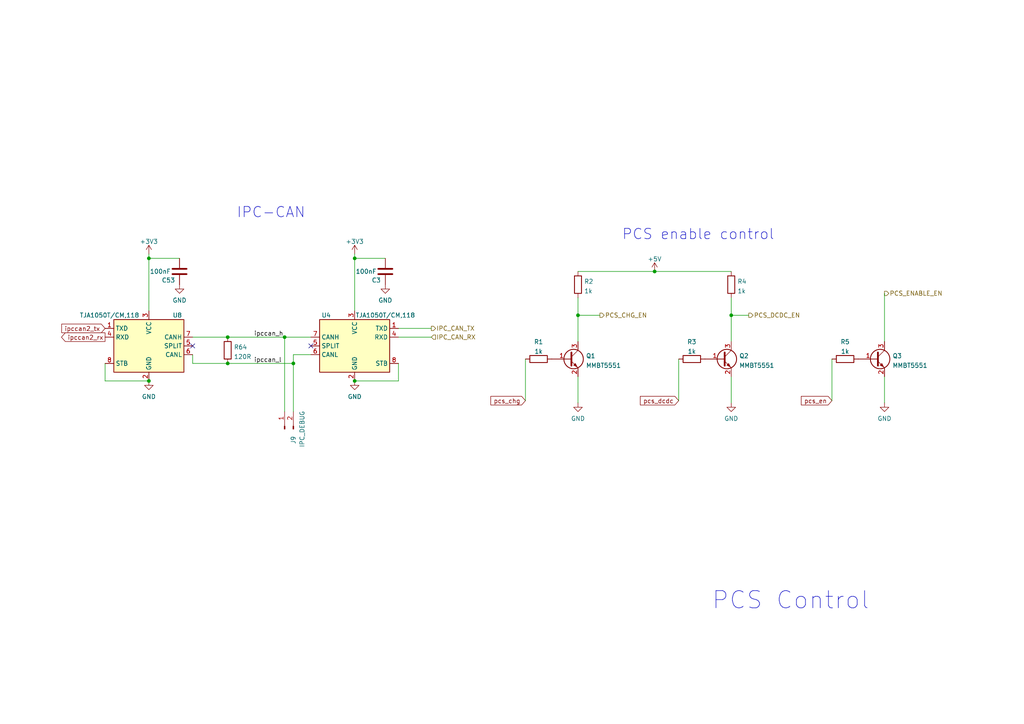
<source format=kicad_sch>
(kicad_sch (version 20230121) (generator eeschema)
  (paper "A4")
  (title_block (title "Tesla Model 3 Battery Controller") (date "2022-03-23") (rev "v0.3") (company "Wim Boone"))
  (lib_symbols
    (symbol "Connector:Conn_01x02_Male" (pin_names (offset 1.016) hide)
      (property "Reference" "J" (at 0 2.54 0))
      (property "Value" "Conn_01x02_Male" (at 0 -5.08 0))
      (symbol "Conn_01x02_Male_1_1"
        (polyline (pts (xy 1.27 -2.54) (xy 0.8636 -2.54)) (stroke (width 0.1524)))
        (polyline (pts (xy 1.27 0) (xy 0.8636 0)) (stroke (width 0.1524)))
        (rectangle (start 0.8636 -2.413) (end 0 -2.667) (stroke (width 0.1524)) (fill (type outline)))
        (rectangle (start 0.8636 0.127) (end 0 -0.127) (stroke (width 0.1524)) (fill (type outline)))
        (pin passive line (at 5.08 0 180) (length 3.81) (name "Pin_1") (number "1"))
        (pin passive line (at 5.08 -2.54 180) (length 3.81) (name "Pin_2") (number "2"))
      )
    )
    (symbol "Device:C" (pin_numbers hide) (pin_names (offset 0.254))
      (property "Reference" "C" (at 0.635 2.54 0))
      (property "Value" "C" (at 0.635 -2.54 0))
      (symbol "C_0_1"
        (polyline (pts (xy -2.032 -0.762) (xy 2.032 -0.762)) (stroke (width 0.508)))
        (polyline (pts (xy -2.032 0.762) (xy 2.032 0.762)) (stroke (width 0.508)))
      )
      (symbol "C_1_1"
        (pin passive line (at 0 3.81 270) (length 2.794) (name "~") (number "1"))
        (pin passive line (at 0 -3.81 90) (length 2.794) (name "~") (number "2"))
      )
    )
    (symbol "Device:R" (pin_numbers hide) (pin_names (offset 0))
      (property "Reference" "R" (at 2.032 0 90))
      (property "Value" "R" (at 0 0 90))
      (symbol "R_0_1"
        (rectangle (start -1.016 -2.54) (end 1.016 2.54) (stroke (width 0.254)))
      )
      (symbol "R_1_1"
        (pin passive line (at 0 3.81 270) (length 1.27) (name "~") (number "1"))
        (pin passive line (at 0 -3.81 90) (length 1.27) (name "~") (number "2"))
      )
    )
    (symbol "Interface_CAN_LIN:TJA1042T"
      (property "Reference" "U" (at -10.16 8.89 0))
      (property "Value" "TJA1042T" (at 1.27 8.89 0))
      (symbol "TJA1042T_0_1"
        (rectangle (start -10.16 7.62) (end 10.16 -7.62) (stroke (width 0.254)) (fill (type background)))
      )
      (symbol "TJA1042T_1_1"
        (pin input line (at -12.7 5.08 0) (length 2.54) (name "TXD") (number "1"))
        (pin power_in line (at 0 -10.16 90) (length 2.54) (name "GND") (number "2"))
        (pin power_in line (at 0 10.16 270) (length 2.54) (name "VCC") (number "3"))
        (pin output line (at -12.7 2.54 0) (length 2.54) (name "RXD") (number "4"))
        (pin power_out line (at 12.7 0 180) (length 2.54) (name "SPLIT") (number "5"))
        (pin bidirectional line (at 12.7 -2.54 180) (length 2.54) (name "CANL") (number "6"))
        (pin bidirectional line (at 12.7 2.54 180) (length 2.54) (name "CANH") (number "7"))
        (pin input line (at -12.7 -5.08 0) (length 2.54) (name "STB") (number "8"))
      )
    )
    (symbol "Transistor_BJT:BC817W" (pin_names (offset 0) hide)
      (property "Reference" "Q" (at 5.08 1.905 0))
      (property "Value" "BC817W" (at 5.08 0 0))
      (symbol "BC817W_0_1"
        (polyline (pts (xy 0.635 0.635) (xy 2.54 2.54)))
        (polyline (pts (xy 0.635 -0.635) (xy 2.54 -2.54) (xy 2.54 -2.54)))
        (polyline (pts (xy 0.635 1.905) (xy 0.635 -1.905) (xy 0.635 -1.905)) (stroke (width 0.508)))
        (polyline (pts (xy 1.27 -1.778) (xy 1.778 -1.27) (xy 2.286 -2.286) (xy 1.27 -1.778) (xy 1.27 -1.778)) (fill (type outline)))
        (circle (center 1.27 0) (radius 2.8194) (stroke (width 0.254)))
      )
      (symbol "BC817W_1_1"
        (pin input line (at -5.08 0 0) (length 5.715) (name "B") (number "1"))
        (pin passive line (at 2.54 -5.08 90) (length 2.54) (name "E") (number "2"))
        (pin passive line (at 2.54 5.08 270) (length 2.54) (name "C") (number "3"))
      )
    )
    (symbol "power:+3V3" (power) (pin_names (offset 0))
      (property "Value" "+3V3" (at 0 3.556 0))
      (symbol "+3V3_0_1"
        (polyline (pts (xy -0.762 1.27) (xy 0 2.54)))
        (polyline (pts (xy 0 0) (xy 0 2.54)))
        (polyline (pts (xy 0 2.54) (xy 0.762 1.27)))
      )
      (symbol "+3V3_1_1"
        (pin power_in line (at 0 0 90) (length 0) hide (name "+3V3") (number "1"))
      )
    )
    (symbol "power:+5V" (power) (pin_names (offset 0))
      (property "Value" "+5V" (at 0 3.556 0))
      (symbol "+5V_0_1"
        (polyline (pts (xy -0.762 1.27) (xy 0 2.54)))
        (polyline (pts (xy 0 0) (xy 0 2.54)))
        (polyline (pts (xy 0 2.54) (xy 0.762 1.27)))
      )
      (symbol "+5V_1_1"
        (pin power_in line (at 0 0 90) (length 0) hide (name "+5V") (number "1"))
      )
    )
    (symbol "power:GND" (power) (pin_names (offset 0))
      (property "Value" "GND" (at 0 -3.81 0))
      (symbol "GND_0_1"
        (polyline (pts (xy 0 0) (xy 0 -1.27) (xy 1.27 -1.27) (xy 0 -2.54) (xy -1.27 -1.27) (xy 0 -1.27)))
      )
      (symbol "GND_1_1"
        (pin power_in line (at 0 0 270) (length 0) hide (name "GND") (number "1"))
      )
    )
  )
  (junction (at 66.04 97.79))
  (junction (at 85.09 105.41))
  (junction (at 189.865 78.74))
  (junction (at 43.18 110.49))
  (junction (at 43.18 74.93))
  (junction (at 167.64 91.44))
  (junction (at 102.87 74.93))
  (junction (at 212.09 91.44))
  (junction (at 102.87 110.49))
  (junction (at 66.04 105.41))
  (junction (at 82.55 97.79))
  (no_connect (at 55.88 100.33))
  (no_connect (at 90.17 100.33))
  (wire (pts (xy 212.09 91.44) (xy 217.17 91.44)))
  (wire (pts (xy 125.095 97.79) (xy 115.57 97.79)))
  (wire (pts (xy 125.095 95.25) (xy 115.57 95.25)))
  (wire (pts (xy 152.4 116.205) (xy 152.4 104.14)))
  (wire (pts (xy 43.18 74.93) (xy 52.07 74.93)))
  (wire (pts (xy 66.04 97.79) (xy 55.88 97.79)))
  (wire (pts (xy 82.55 97.79) (xy 66.04 97.79)))
  (wire (pts (xy 30.48 105.41) (xy 30.48 110.49)))
  (wire (pts (xy 212.09 116.84) (xy 212.09 109.22)))
  (wire (pts (xy 167.64 116.84) (xy 167.64 109.22)))
  (wire (pts (xy 212.09 86.36) (xy 212.09 91.44)))
  (wire (pts (xy 212.09 91.44) (xy 212.09 99.06)))
  (wire (pts (xy 55.88 105.41) (xy 55.88 102.87)))
  (wire (pts (xy 196.85 116.205) (xy 196.85 104.14)))
  (wire (pts (xy 85.09 102.87) (xy 90.17 102.87)))
  (wire (pts (xy 82.55 97.79) (xy 82.55 119.38)))
  (wire (pts (xy 167.64 78.74) (xy 189.865 78.74)))
  (wire (pts (xy 102.87 74.93) (xy 111.76 74.93)))
  (wire (pts (xy 241.3 116.205) (xy 241.3 104.14)))
  (wire (pts (xy 85.09 105.41) (xy 85.09 102.87)))
  (wire (pts (xy 115.57 110.49) (xy 102.87 110.49)))
  (wire (pts (xy 102.87 73.66) (xy 102.87 74.93)))
  (wire (pts (xy 85.09 105.41) (xy 85.09 119.38)))
  (wire (pts (xy 167.64 91.44) (xy 173.99 91.44)))
  (wire (pts (xy 256.54 116.84) (xy 256.54 109.22)))
  (wire (pts (xy 256.54 85.09) (xy 256.54 99.06)))
  (wire (pts (xy 43.18 74.93) (xy 43.18 90.17)))
  (wire (pts (xy 43.18 73.66) (xy 43.18 74.93)))
  (wire (pts (xy 102.87 74.93) (xy 102.87 90.17)))
  (wire (pts (xy 115.57 105.41) (xy 115.57 110.49)))
  (wire (pts (xy 66.04 105.41) (xy 85.09 105.41)))
  (wire (pts (xy 167.64 91.44) (xy 167.64 99.06)))
  (wire (pts (xy 30.48 110.49) (xy 43.18 110.49)))
  (wire (pts (xy 167.64 86.36) (xy 167.64 91.44)))
  (wire (pts (xy 55.88 105.41) (xy 66.04 105.41)))
  (wire (pts (xy 90.17 97.79) (xy 82.55 97.79)))
  (wire (pts (xy 189.865 78.74) (xy 212.09 78.74)))
  (text "IPC-CAN" (at 68.58 63.5 0) (effects (font (size 3 3)) (justify left bottom)))
  (text "PCS enable control" (at 180.34 69.85 0) (effects (font (size 3 3)) (justify left bottom)))
  (text "PCS Control" (at 206.375 177.165 0) (effects (font (size 5 5)) (justify left bottom)))
  (label "ipccan_l" (at 73.66 105.41 0))
  (label "ipccan_h" (at 73.66 97.79 0))
  (global_label "pcs_chg" (shape input) (at 152.4 116.205 180) (property "Intersheetrefs" "${INTERSHEET_REFS}" (effects hide)))
  (global_label "pcs_dcdc" (shape input) (at 196.85 116.205 180) (property "Intersheetrefs" "${INTERSHEET_REFS}" (effects hide)))
  (global_label "ipccan2_tx" (shape input) (at 30.48 95.25 180) (property "Intersheetrefs" "${INTERSHEET_REFS}" (effects hide)))
  (global_label "ipccan2_rx" (shape output) (at 30.48 97.79 180) (property "Intersheetrefs" "${INTERSHEET_REFS}" (effects hide)))
  (global_label "pcs_en" (shape input) (at 241.3 116.205 180) (property "Intersheetrefs" "${INTERSHEET_REFS}" (effects hide)))
  (hierarchical_label "IPC_CAN_RX" (shape input) (at 125.095 97.79 0))
  (hierarchical_label "PCS_DCDC_EN" (shape output) (at 217.17 91.44 0))
  (hierarchical_label "IPC_CAN_TX" (shape output) (at 125.095 95.25 0))
  (hierarchical_label "PCS_ENABLE_EN" (shape output) (at 256.54 85.09 0))
  (hierarchical_label "PCS_CHG_EN" (shape output) (at 173.99 91.44 0))
  (symbol (lib_id "power:GND") (at 52.07 82.55 0) (unit 1)
    (property "Reference" "#PWR0137" (effects hide))
    (property "Value" "GND" (at 52.07 87.1124 0))
  )
  (symbol (lib_id "Transistor_BJT:BC817W") (at 209.55 104.14 0) (unit 1)
    (property "Reference" "Q2" (at 214.4013 103.2315 0) (effects (justify left)))
    (property "Value" "MMBT5551" (at 214.4013 106.0066 0) (effects (justify left)))
    (property "Footprint" "Package_TO_SOT_SMD:SOT-23" (effects hide))
    (property "Datasheet" "https://www.onsemi.com/pub/Collateral/BC818-D.pdf" (effects hide))
    (property "LCSC Part" "C2145" (effects hide))
    (property "Description" "50nA 160V 300mW 600mA 200@10mA,5V 100MHz 200mV@50mA,5mA NPN +150℃@(Tj) SOT-23(SOT-23-3) Bipolar Transistors - BJT ROHS" (effects hide))
  )
  (symbol (lib_id "Device:R") (at 167.64 82.55 180) (unit 1)
    (property "Reference" "R2" (at 169.418 81.6415 0) (effects (justify right)))
    (property "Value" "1k" (at 169.418 84.4166 0) (effects (justify right)))
    (property "Footprint" "Resistor_SMD:R_0603_1608Metric" (effects hide))
    (property "LCSC Part" "C21190" (effects hide))
    (property "Description" "100mW Thick Film Resistors ±100ppm/℃ ±1% 1kΩ 0603  Chip Resistor - Surface Mount ROHS" (effects hide))
  )
  (symbol (lib_id "power:+5V") (at 189.865 78.74 0) (unit 1)
    (property "Reference" "#PWR0110" (effects hide))
    (property "Value" "+5V" (at 189.865 75.1355 0))
  )
  (symbol (lib_id "Device:R") (at 200.66 104.14 90) (unit 1)
    (property "Reference" "R3" (at 200.66 99.1575 90))
    (property "Value" "1k" (at 200.66 101.9326 90))
    (property "Footprint" "Resistor_SMD:R_0603_1608Metric" (effects hide))
    (property "LCSC Part" "C21190" (effects hide))
    (property "Description" "100mW Thick Film Resistors ±100ppm/℃ ±1% 1kΩ 0603  Chip Resistor - Surface Mount ROHS" (effects hide))
  )
  (symbol (lib_id "power:GND") (at 43.18 110.49 0) (unit 1)
    (property "Reference" "#PWR0142" (effects hide))
    (property "Value" "GND" (at 43.18 115.0524 0))
  )
  (symbol (lib_id "power:GND") (at 167.64 116.84 0) (unit 1)
    (property "Reference" "#PWR0109" (effects hide))
    (property "Value" "GND" (at 167.64 121.4024 0))
  )
  (symbol (lib_id "power:GND") (at 212.09 116.84 0) (unit 1)
    (property "Reference" "#PWR0111" (effects hide))
    (property "Value" "GND" (at 212.09 121.4024 0))
  )
  (symbol (lib_id "Interface_CAN_LIN:TJA1042T") (at 43.18 100.33 0) (unit 1)
    (property "Reference" "U8" (at 51.435 91.44 0))
    (property "Value" "TJA1050T/CM,118" (at 31.75 91.44 0))
    (property "Footprint" "Package_SO:SOIC-8_3.9x4.9mm_P1.27mm" (effects hide))
    (property "Datasheet" "http://www.nxp.com/documents/data_sheet/TJA1042.pdf" (effects hide))
    (property "LCSC Part" "C6952" (effects hide))
    (property "Description" "CAN Transceiver SOIC-8_150mil CAN ICs ROHS" (effects hide))
  )
  (symbol (lib_id "power:GND") (at 111.76 82.55 0) (unit 1)
    (property "Reference" "#PWR0117" (effects hide))
    (property "Value" "GND" (at 111.76 87.1124 0))
  )
  (symbol (lib_id "Device:R") (at 245.11 104.14 90) (unit 1)
    (property "Reference" "R5" (at 245.11 99.1575 90))
    (property "Value" "1k" (at 245.11 101.9326 90))
    (property "Footprint" "Resistor_SMD:R_0603_1608Metric" (effects hide))
    (property "LCSC Part" "C21190" (effects hide))
    (property "Description" "100mW Thick Film Resistors ±100ppm/℃ ±1% 1kΩ 0603  Chip Resistor - Surface Mount ROHS" (effects hide))
  )
  (symbol (lib_id "power:GND") (at 256.54 116.84 0) (unit 1)
    (property "Reference" "#PWR0112" (effects hide))
    (property "Value" "GND" (at 256.54 121.4024 0))
  )
  (symbol (lib_id "Transistor_BJT:BC817W") (at 165.1 104.14 0) (unit 1)
    (property "Reference" "Q1" (at 169.9513 103.2315 0) (effects (justify left)))
    (property "Value" "MMBT5551" (at 169.9513 106.0066 0) (effects (justify left)))
    (property "Footprint" "Package_TO_SOT_SMD:SOT-23" (effects hide))
    (property "Datasheet" "https://www.onsemi.com/pub/Collateral/BC818-D.pdf" (effects hide))
    (property "LCSC Part" "C2145" (effects hide))
    (property "Description" "50nA 160V 300mW 600mA 200@10mA,5V 100MHz 200mV@50mA,5mA NPN +150℃@(Tj) SOT-23(SOT-23-3) Bipolar Transistors - BJT ROHS" (effects hide))
  )
  (symbol (lib_id "Transistor_BJT:BC817W") (at 254 104.14 0) (unit 1)
    (property "Reference" "Q3" (at 258.8513 103.2315 0) (effects (justify left)))
    (property "Value" "MMBT5551" (at 258.8513 106.0066 0) (effects (justify left)))
    (property "Footprint" "Package_TO_SOT_SMD:SOT-23" (effects hide))
    (property "Datasheet" "https://www.onsemi.com/pub/Collateral/BC818-D.pdf" (effects hide))
    (property "LCSC Part" "C2145" (effects hide))
    (property "Description" "50nA 160V 300mW 600mA 200@10mA,5V 100MHz 200mV@50mA,5mA NPN +150℃@(Tj) SOT-23(SOT-23-3) Bipolar Transistors - BJT ROHS" (effects hide))
  )
  (symbol (lib_id "Device:R") (at 156.21 104.14 90) (unit 1)
    (property "Reference" "R1" (at 156.21 99.1575 90))
    (property "Value" "1k" (at 156.21 101.9326 90))
    (property "Footprint" "Resistor_SMD:R_0603_1608Metric" (effects hide))
    (property "LCSC Part" "C21190" (effects hide))
    (property "Description" "100mW Thick Film Resistors ±100ppm/℃ ±1% 1kΩ 0603  Chip Resistor - Surface Mount ROHS" (effects hide))
  )
  (symbol (lib_id "power:+3V3") (at 102.87 73.66 0) (unit 1)
    (property "Reference" "#PWR0118" (effects hide))
    (property "Value" "+3V3" (at 102.87 70.0555 0))
  )
  (symbol (lib_id "Device:C") (at 52.07 78.74 180) (unit 1)
    (property "Reference" "C53" (at 50.8 81.28 0) (effects (justify left)))
    (property "Value" "100nF" (at 49.53 78.74 0) (effects (justify left)))
    (property "Footprint" "Capacitor_SMD:C_0603_1608Metric" (effects hide))
    (property "LCSC Part" "C14663" (effects hide))
    (property "Description" "50V 100nF X7R ±10% 0603  Multilayer Ceramic Capacitors MLCC - SMD/SMT ROHS" (effects hide))
  )
  (symbol (lib_id "power:GND") (at 102.87 110.49 0) (unit 1)
    (property "Reference" "#PWR0116" (effects hide))
    (property "Value" "GND" (at 102.87 115.0524 0))
  )
  (symbol (lib_id "power:+3V3") (at 43.18 73.66 0) (unit 1)
    (property "Reference" "#PWR0141" (effects hide))
    (property "Value" "+3V3" (at 43.18 70.0555 0))
  )
  (symbol (lib_id "Device:R") (at 212.09 82.55 180) (unit 1)
    (property "Reference" "R4" (at 213.868 81.6415 0) (effects (justify right)))
    (property "Value" "1k" (at 213.868 84.4166 0) (effects (justify right)))
    (property "Footprint" "Resistor_SMD:R_0603_1608Metric" (effects hide))
    (property "LCSC Part" "C21190" (effects hide))
    (property "Description" "100mW Thick Film Resistors ±100ppm/℃ ±1% 1kΩ 0603  Chip Resistor - Surface Mount ROHS" (effects hide))
  )
  (symbol (lib_id "Device:C") (at 111.76 78.74 180) (unit 1)
    (property "Reference" "C3" (at 110.49 81.28 0) (effects (justify left)))
    (property "Value" "100nF" (at 109.22 78.74 0) (effects (justify left)))
    (property "Footprint" "Capacitor_SMD:C_0603_1608Metric" (effects hide))
    (property "LCSC Part" "C14663" (effects hide))
    (property "Description" "50V 100nF X7R ±10% 0603  Multilayer Ceramic Capacitors MLCC - SMD/SMT ROHS" (effects hide))
  )
  (symbol (lib_id "Connector:Conn_01x02_Male") (at 82.55 124.46 90) (unit 1) (in_bom no)
    (property "Reference" "J9" (at 85.09 127.635 0))
    (property "Value" "IPC_DEBUG" (at 87.63 124.46 0))
    (property "Footprint" "TestPoint:TestPoint_2Pads_Pitch2.54mm_Drill0.8mm" (effects hide))
  )
  (symbol (lib_id "Interface_CAN_LIN:TJA1042T") (at 102.87 100.33 0) (mirror y) (unit 1)
    (property "Reference" "U4" (at 94.615 91.44 0))
    (property "Value" "TJA1050T/CM,118" (at 111.76 91.44 0))
    (property "Footprint" "Package_SO:SOIC-8_3.9x4.9mm_P1.27mm" (effects hide))
    (property "Datasheet" "http://www.nxp.com/documents/data_sheet/TJA1042.pdf" (effects hide))
    (property "LCSC Part" "C6952" (effects hide))
    (property "Description" "CAN Transceiver SOIC-8_150mil CAN ICs ROHS" (effects hide))
  )
  (symbol (lib_id "Device:R") (at 66.04 101.6 0) (unit 1)
    (property "Reference" "R64" (at 67.818 100.6915 0) (effects (justify left)))
    (property "Value" "120R" (at 67.818 103.4666 0) (effects (justify left)))
    (property "Footprint" "Resistor_SMD:R_0603_1608Metric" (effects hide))
    (property "LCSC Part" "C22787" (effects hide))
    (property "Description" "100mW Thick Film Resistors ±100ppm/℃ ±1% 120Ω 0603  Chip Resistor - Surface Mount ROHS" (effects hide))
  )
)
</source>
